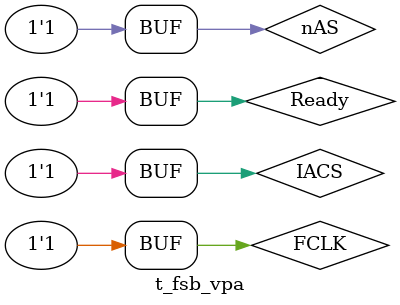
<source format=v>
`timescale 1ns / 1ps


module t_fsb_vpa;

	// Inputs
	reg FCLK;
	reg nAS;
	reg Ready;
	reg IACS;

	// Outputs
	wire nDTACK;
	wire nVPA;
	wire AINACT;
	wire BACT;
	wire CACT;

	// Instantiate the Unit Under Test (UUT)
	FSB uut (
		.FCLK(FCLK), 
		.nAS(nAS), 
		.nDTACK(nDTACK), 
		.nVPA(nVPA), 
		.AINACT(AINACT), 
		.BACT(BACT), 
		.CACT(CACT), 
		.Ready(Ready), 
		.IACS(IACS)
	);

	initial begin
		FCLK = 0;
		nAS = 1;
		Ready = 1;
		IACS = 1;
		#0;
		
		FCLK = 0; #25;
		FCLK = 1; #5;
		nAS = 1'bX; #20;
		nAS = 0;

		FCLK = 0; #25;
		FCLK = 1; #25;
		
		FCLK = 0; #25;
		FCLK = 1; #25;
		
		FCLK = 0; #25;
		FCLK = 1; #25;
		
		FCLK = 0; #25;
		FCLK = 1; #25;

		FCLK = 0; #25;
		FCLK = 1; #25;
		
		FCLK = 0; #25;
		FCLK = 1; #25;

		FCLK = 0; #5;
		nAS = 1'bX; #20;
		nAS = 1;
		FCLK = 1; #25;
		
		FCLK = 0; #25;
		FCLK = 1; #5;
		Ready = 0; nAS = 1'bX; #20;
		nAS = 0;

		FCLK = 0; #25;
		FCLK = 1; #25;

		FCLK = 0; #25;
		FCLK = 1; #5;
		Ready = 1; #20;
		
		FCLK = 0; #25;
		FCLK = 1; #25;
		
		FCLK = 0; #25;
		FCLK = 1; #25;
		
		FCLK = 0; #25;
		FCLK = 1; #25;

		FCLK = 0; #25;
		FCLK = 1; #25;

		FCLK = 0; #25;
		FCLK = 1; #25;

		FCLK = 0; #25;
		FCLK = 1; #25;

		FCLK = 0; #5;
		nAS = 1'bX; #20;
		nAS = 1;
		FCLK = 1; #25;

		FCLK = 0; #25;
		FCLK = 1; #25;

		FCLK = 0; #25;
		FCLK = 1; #25;
	
	end
      
endmodule

</source>
